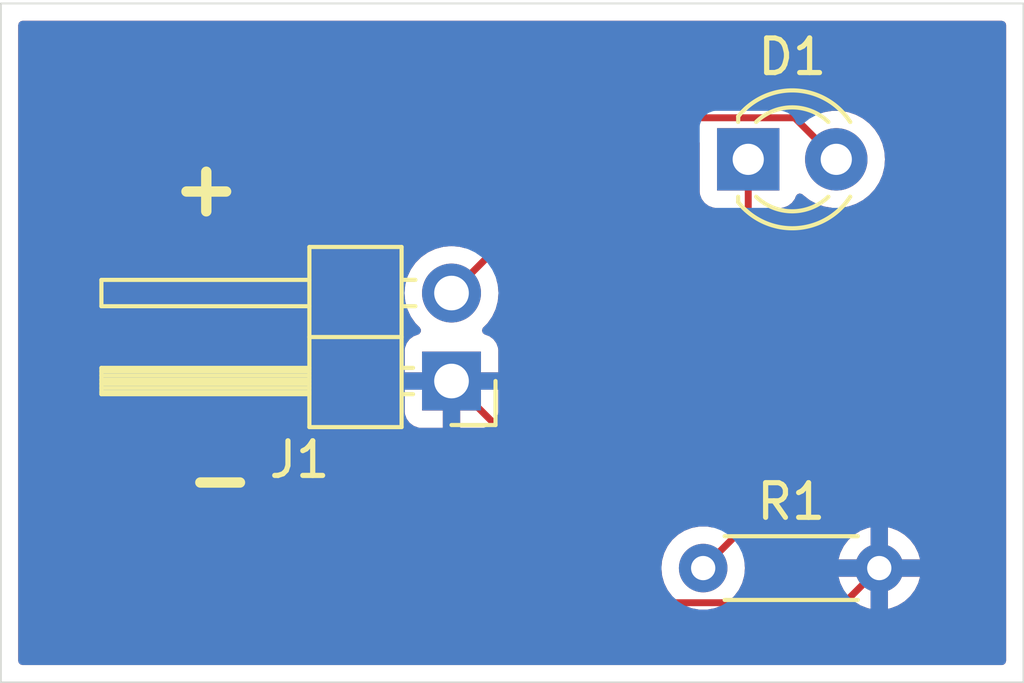
<source format=kicad_pcb>
(kicad_pcb (version 20240108) (generator "pcbnew") (generator_version "8.0")
  (layers (0 "F.Cu" signal) (31 "B.Cu" signal) (34 "B.Paste" user) (35 "F.Paste" user) (36 "B.SilkS" user "B.Silkscreen") (37 "F.SilkS" user "F.Silkscreen") (38 "B.Mask" user) (39 "F.Mask" user) (44 "Edge.Cuts" user))
  (net 0 "")
  (net 1 "VDD")
  (net 2 "Net-(D1-K)")
  (net 3 "GND")
  (footprint "Resistor_THT:R_Axial_DIN0204_L3.6mm_D1.6mm_P5.08mm_Horizontal" (layer "F.Cu") (at 96.06 81.5)
    (property "Reference" "R1" (at 2.54 -1.92 0) (layer "F.SilkS"))
    (property "Value" "2.2k")
    (fp_line (start 0.62 -0.92) (end 4.46 -0.92) (stroke (width 0.12)) (layer "F.SilkS"))
    (fp_line (start 0.62 0.92) (end 4.46 0.92) (stroke (width 0.12)) (layer "F.SilkS"))
    (pad "1" thru_hole circle (at 0 0) (size 1.4 1.4) (drill 0.7) (layers "*.Cu" "*.Mask") (net 2 "Net-(D1-K)"))
    (pad "2" thru_hole oval (at 5.08 0) (size 1.4 1.4) (drill 0.7) (layers "*.Cu" "*.Mask") (net 3 "GND"))
  )
  (footprint "Connector_PinHeader_2.54mm:PinHeader_1x02_P2.54mm_Horizontal" (layer "F.Cu") (at 88.8 76.1 180)
    (property "Reference" "J1" (at 4.385 -2.27 360) (layer "F.SilkS"))
    (property "Value" "DC_IN")
    (fp_line (start 10.1 2.92) (end 4.1 2.92) (stroke (width 0.12)) (layer "F.SilkS"))
    (fp_line (start 10.1 2.16) (end 10.1 2.92) (stroke (width 0.12)) (layer "F.SilkS"))
    (fp_line (start 10.1 0.38) (end 4.1 0.38) (stroke (width 0.12)) (layer "F.SilkS"))
    (fp_line (start 10.1 -0.38) (end 10.1 0.38) (stroke (width 0.12)) (layer "F.SilkS"))
    (fp_line (start 4.1 3.87) (end 4.1 -1.33) (stroke (width 0.12)) (layer "F.SilkS"))
    (fp_line (start 4.1 2.16) (end 10.1 2.16) (stroke (width 0.12)) (layer "F.SilkS"))
    (fp_line (start 4.1 0.28) (end 10.1 0.28) (stroke (width 0.12)) (layer "F.SilkS"))
    (fp_line (start 4.1 0.16) (end 10.1 0.16) (stroke (width 0.12)) (layer "F.SilkS"))
    (fp_line (start 4.1 0.04) (end 10.1 0.04) (stroke (width 0.12)) (layer "F.SilkS"))
    (fp_line (start 4.1 -0.08) (end 10.1 -0.08) (stroke (width 0.12)) (layer "F.SilkS"))
    (fp_line (start 4.1 -0.2) (end 10.1 -0.2) (stroke (width 0.12)) (layer "F.SilkS"))
    (fp_line (start 4.1 -0.32) (end 10.1 -0.32) (stroke (width 0.12)) (layer "F.SilkS"))
    (fp_line (start 4.1 -0.38) (end 10.1 -0.38) (stroke (width 0.12)) (layer "F.SilkS"))
    (fp_line (start 4.1 -1.33) (end 1.44 -1.33) (stroke (width 0.12)) (layer "F.SilkS"))
    (fp_line (start 1.44 3.87) (end 4.1 3.87) (stroke (width 0.12)) (layer "F.SilkS"))
    (fp_line (start 1.44 1.27) (end 4.1 1.27) (stroke (width 0.12)) (layer "F.SilkS"))
    (fp_line (start 1.44 -1.33) (end 1.44 3.87) (stroke (width 0.12)) (layer "F.SilkS"))
    (fp_line (start 1.11 0.38) (end 1.44 0.38) (stroke (width 0.12)) (layer "F.SilkS"))
    (fp_line (start 1.11 -0.38) (end 1.44 -0.38) (stroke (width 0.12)) (layer "F.SilkS"))
    (fp_line (start 1.042929 2.92) (end 1.44 2.92) (stroke (width 0.12)) (layer "F.SilkS"))
    (fp_line (start 1.042929 2.16) (end 1.44 2.16) (stroke (width 0.12)) (layer "F.SilkS"))
    (fp_line (start -1.27 0) (end -1.27 -1.27) (stroke (width 0.12)) (layer "F.SilkS"))
    (fp_line (start -1.27 -1.27) (end 0 -1.27) (stroke (width 0.12)) (layer "F.SilkS"))
    (pad "1" thru_hole rect (at 0 0 180) (size 1.7 1.7) (drill 1) (layers "*.Cu" "*.Mask") (net 3 "GND"))
    (pad "2" thru_hole oval (at 0 2.54 180) (size 1.7 1.7) (drill 1) (layers "*.Cu" "*.Mask") (net 1 "VDD"))
  )
  (footprint "LED_THT:LED_D3.0mm" (layer "F.Cu") (at 97.36 69.7)
    (property "Reference" "D1" (at 1.27 -2.96 0) (layer "F.SilkS"))
    (property "Value" "LED")
    (fp_line (start -0.29 -1.236) (end -0.29 -1.08) (stroke (width 0.12)) (layer "F.SilkS"))
    (fp_line (start -0.29 1.08) (end -0.29 1.236) (stroke (width 0.12)) (layer "F.SilkS"))
    (fp_arc (start -0.29 -1.235516) (mid 1.366487 -1.987659) (end 2.942335 -1.078608) (stroke (width 0.12)) (layer "F.SilkS"))
    (fp_arc (start 0.229039 -1.08) (mid 1.270117 -1.5) (end 2.31113 -1.079837) (stroke (width 0.12)) (layer "F.SilkS"))
    (fp_arc (start 2.31113 1.079837) (mid 1.270117 1.5) (end 0.229039 1.08) (stroke (width 0.12)) (layer "F.SilkS"))
    (fp_arc (start 2.942335 1.078608) (mid 1.366487 1.987659) (end -0.29 1.235516) (stroke (width 0.12)) (layer "F.SilkS"))
    (pad "1" thru_hole rect (at 0 0) (size 1.8 1.8) (drill 0.9) (layers "*.Cu" "*.Mask") (net 2 "Net-(D1-K)"))
    (pad "2" thru_hole circle (at 2.54 0) (size 1.8 1.8) (drill 0.9) (layers "*.Cu" "*.Mask") (net 1 "VDD"))
  )
  (gr_rect (start 75.8 65.2) (end 105.3 84.8) (stroke (width 0.05)) (fill none) (layer "Edge.Cuts"))
  (gr_text "+" (at 80.6 71.4 0) (layer "F.SilkS") (effects (font (size 1.5 1.5) (thickness 0.3) (bold yes)) (justify left bottom)))
  (gr_text "-" (at 81 79.8 0) (layer "F.SilkS") (effects (font (size 1.5 1.5) (thickness 0.3) (bold yes)) (justify left bottom)))
  (segment (start 93.86 68.5) (end 88.8 73.56) (width 0.2) (layer "F.Cu") (net 1))
  (segment (start 98.7 68.5) (end 93.86 68.5) (width 0.2) (layer "F.Cu") (net 1))
  (segment (start 99.9 69.7) (end 98.7 68.5) (width 0.2) (layer "F.Cu") (net 1))
  (segment (start 97.36 80.2) (end 96.06 81.5) (width 0.2) (layer "F.Cu") (net 2))
  (segment (start 97.36 69.7) (end 97.36 80.2) (width 0.2) (layer "F.Cu") (net 2))
  (segment (start 100.14 82.5) (end 101.14 81.5) (width 0.2) (layer "F.Cu") (net 3))
  (segment (start 88.8 76.1) (end 95.2 82.5) (width 0.2) (layer "F.Cu") (net 3))
  (segment (start 95.2 82.5) (end 100.14 82.5) (width 0.2) (layer "F.Cu") (net 3))
  (zone (net 3) (net_name "GND") (layer "F.Cu") (connect_pads (clearance 0.5)) (min_thickness 0.25) (fill yes (thermal_gap 0.5) (thermal_bridge_width 0.5))
    (polygon (pts (xy 75.9 65.1) (xy 105.1 65.3) (xy 105.2 84.8) (xy 75.9 84.6)))
  )
  (zone (net 3) (net_name "GND") (layer "B.Cu") (connect_pads (clearance 0.5)) (min_thickness 0.25) (fill yes (thermal_gap 0.5) (thermal_bridge_width 0.5))
    (polygon (pts (xy 75.9 65.1) (xy 105.1 65.3) (xy 105.2 84.8) (xy 75.9 84.6)))
  )
)
</source>
